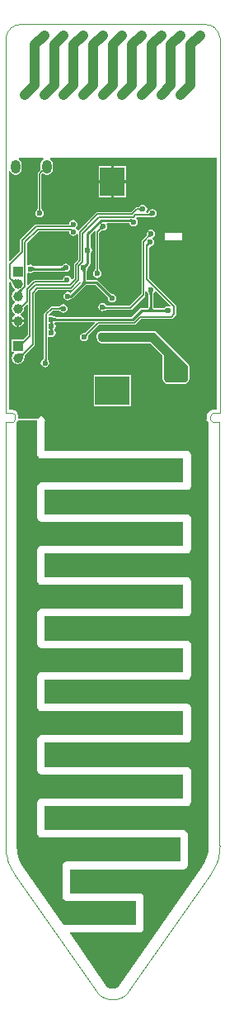
<source format=gbl>
G04*
G04 #@! TF.GenerationSoftware,Altium Limited,Altium Designer,19.0.15 (446)*
G04*
G04 Layer_Physical_Order=2*
G04 Layer_Color=16711680*
%FSLAX25Y25*%
%MOIN*%
G70*
G01*
G75*
%ADD14C,0.00600*%
%ADD15C,0.01000*%
%ADD16C,0.00050*%
%ADD51C,0.03937*%
%ADD71C,0.03937*%
%ADD75R,0.03937X0.03937*%
%ADD76O,0.03937X0.05512*%
%ADD77C,0.02362*%
%ADD78R,0.14173X0.11811*%
%ADD79R,0.10236X0.11811*%
G36*
X15346Y334100D02*
X15314Y334149D01*
X15275Y334182D01*
X15230Y334199D01*
X15178Y334202D01*
X15119Y334190D01*
X15053Y334162D01*
X14980Y334119D01*
X14901Y334061D01*
X14815Y333987D01*
X14722Y333898D01*
X14423Y334448D01*
X14515Y334544D01*
X14662Y334724D01*
X14717Y334808D01*
X14758Y334887D01*
X14787Y334961D01*
X14804Y335032D01*
X14807Y335098D01*
X14799Y335159D01*
X14777Y335216D01*
X15346Y334100D01*
D02*
G37*
G36*
X85326Y238313D02*
X84696D01*
X84694Y238312D01*
X84668Y238316D01*
X83819Y238204D01*
X83026Y237876D01*
X82346Y237354D01*
X81824Y236674D01*
X81496Y235882D01*
X81384Y235032D01*
X81468Y234400D01*
X81126Y233900D01*
X15913D01*
X15811Y234408D01*
X15484Y234899D01*
X14992Y235227D01*
X14413Y235343D01*
X13834Y235227D01*
X13343Y234899D01*
X13015Y234408D01*
X12917Y234427D01*
X12895Y234439D01*
X12880Y234434D01*
X12842Y234441D01*
X5585D01*
X5256Y234817D01*
X5284Y235032D01*
X5172Y235882D01*
X4844Y236674D01*
X4322Y237354D01*
X3642Y237876D01*
X2850Y238204D01*
X2000Y238316D01*
X1974Y238312D01*
X1973Y238313D01*
X1317D01*
X1317Y289493D01*
X1817Y289802D01*
X2035Y289694D01*
X2512Y288526D01*
X2618Y288210D01*
X2619Y288209D01*
X2619Y288207D01*
X2647Y288175D01*
X2675Y288037D01*
X3220Y287220D01*
X3883Y286778D01*
X3897Y286736D01*
Y286263D01*
X3883Y286222D01*
X3220Y285780D01*
X2675Y284963D01*
X2483Y284000D01*
X2675Y283037D01*
X3220Y282220D01*
X3883Y281778D01*
X3897Y281736D01*
Y281263D01*
X3883Y281222D01*
X3220Y280780D01*
X2675Y279963D01*
X2483Y279000D01*
X2675Y278037D01*
X3220Y277220D01*
X3883Y276778D01*
X3897Y276736D01*
Y276263D01*
X3883Y276222D01*
X3220Y275780D01*
X2675Y274963D01*
X2602Y274600D01*
X5000D01*
X7397D01*
X7325Y274963D01*
X6780Y275780D01*
X6117Y276222D01*
X6103Y276263D01*
Y276736D01*
X6117Y276778D01*
X6780Y277220D01*
X7325Y278037D01*
X7517Y279000D01*
X7423Y279470D01*
X8622Y280669D01*
X9084Y280477D01*
Y268293D01*
X7259Y266469D01*
X2531D01*
Y261531D01*
X3446D01*
X3597Y261032D01*
X3220Y260780D01*
X2675Y259963D01*
X2483Y259000D01*
X2675Y258037D01*
X3220Y257220D01*
X4037Y256675D01*
X5000Y256483D01*
X5963Y256675D01*
X6780Y257220D01*
X7325Y258037D01*
X7396Y258395D01*
X7455Y258478D01*
X7455Y258478D01*
X7455Y258478D01*
X7455Y258478D01*
X7523Y258787D01*
X7662Y259326D01*
X7804Y259759D01*
X7871Y259925D01*
X7937Y260066D01*
X7998Y260176D01*
X8050Y260253D01*
X8115Y260328D01*
X8133Y260379D01*
X11577Y263823D01*
X11754Y264088D01*
X11816Y264400D01*
X11816Y264400D01*
Y284962D01*
X13238Y286384D01*
X26400D01*
X26400Y286384D01*
X26712Y286446D01*
X26977Y286623D01*
X29879Y289526D01*
X30322Y289411D01*
X30392Y289331D01*
X30376Y289253D01*
X30297Y289169D01*
X30291Y289153D01*
X30276Y289145D01*
X30264Y289106D01*
X26387Y285229D01*
X25856Y285584D01*
X25200Y285714D01*
X24544Y285584D01*
X23988Y285212D01*
X23616Y284656D01*
X23486Y284000D01*
X23616Y283344D01*
X23988Y282788D01*
X24544Y282416D01*
X25200Y282286D01*
X25856Y282416D01*
X26412Y282788D01*
X26541Y282980D01*
X26600D01*
X26990Y283058D01*
X27321Y283279D01*
X32522Y288480D01*
X36378D01*
X41177Y283681D01*
X41196Y283632D01*
X41267Y283556D01*
X41320Y283494D01*
X41363Y283435D01*
X41398Y283380D01*
X41426Y283329D01*
X41446Y283281D01*
X41461Y283237D01*
X41470Y283196D01*
X41476Y283156D01*
X41478Y283091D01*
X41495Y283054D01*
X41616Y282444D01*
X41988Y281888D01*
X42544Y281516D01*
X43200Y281386D01*
X43856Y281516D01*
X44412Y281888D01*
X44784Y282444D01*
X44914Y283100D01*
X44784Y283756D01*
X44412Y284312D01*
X43856Y284684D01*
X43246Y284805D01*
X43209Y284822D01*
X43143Y284824D01*
X43104Y284830D01*
X43063Y284839D01*
X43019Y284854D01*
X42971Y284874D01*
X42920Y284902D01*
X42865Y284937D01*
X42806Y284980D01*
X42744Y285033D01*
X42668Y285104D01*
X42619Y285123D01*
X37521Y290221D01*
X37190Y290442D01*
X36800Y290520D01*
X32920D01*
Y293763D01*
X32941Y293813D01*
X32943Y293923D01*
X32948Y294010D01*
X32969Y294189D01*
X32982Y294256D01*
X32998Y294321D01*
X33017Y294380D01*
X33036Y294431D01*
X33057Y294477D01*
X33088Y294534D01*
X33097Y294615D01*
X33184Y294744D01*
X33305Y295355D01*
X33322Y295391D01*
X33324Y295456D01*
X33330Y295496D01*
X33339Y295537D01*
X33354Y295581D01*
X33374Y295629D01*
X33402Y295680D01*
X33437Y295735D01*
X33480Y295794D01*
X33533Y295856D01*
X33604Y295932D01*
X33623Y295981D01*
X34021Y296379D01*
X34242Y296710D01*
X34320Y297100D01*
Y300759D01*
X34341Y300807D01*
X34344Y300911D01*
X34351Y300992D01*
X34362Y301064D01*
X34376Y301128D01*
X34393Y301184D01*
X34412Y301232D01*
X34433Y301273D01*
X34455Y301309D01*
X34479Y301341D01*
X34524Y301389D01*
X34538Y301427D01*
X34884Y301944D01*
X35014Y302600D01*
X34884Y303256D01*
X34538Y303773D01*
X34524Y303811D01*
X34479Y303859D01*
X34455Y303891D01*
X34433Y303927D01*
X34412Y303968D01*
X34393Y304016D01*
X34376Y304072D01*
X34362Y304136D01*
X34351Y304208D01*
X34344Y304289D01*
X34341Y304393D01*
X34320Y304441D01*
Y308778D01*
X35978Y310436D01*
X36367Y310177D01*
X36390Y310141D01*
X36332Y309847D01*
X36332Y309847D01*
Y294979D01*
X36307Y294927D01*
X36303Y294857D01*
X36296Y294813D01*
X36283Y294764D01*
X36263Y294711D01*
X36235Y294651D01*
X36198Y294586D01*
X36150Y294516D01*
X36092Y294440D01*
X36022Y294361D01*
X35932Y294268D01*
X35920Y294236D01*
X35564Y293703D01*
X35433Y293047D01*
X35564Y292391D01*
X35935Y291835D01*
X36491Y291464D01*
X37147Y291333D01*
X37803Y291464D01*
X38359Y291835D01*
X38731Y292391D01*
X38861Y293047D01*
X38731Y293703D01*
X38375Y294236D01*
X38362Y294268D01*
X38272Y294361D01*
X38203Y294440D01*
X38144Y294516D01*
X38096Y294586D01*
X38059Y294651D01*
X38031Y294711D01*
X38011Y294764D01*
X37999Y294813D01*
X37991Y294857D01*
X37988Y294927D01*
X37963Y294979D01*
Y309509D01*
X38676Y310222D01*
X38730Y310242D01*
X38782Y310288D01*
X38819Y310316D01*
X38865Y310343D01*
X38921Y310370D01*
X38987Y310396D01*
X39065Y310419D01*
X39146Y310439D01*
X39371Y310472D01*
X39498Y310481D01*
X39580Y310522D01*
X40056Y310616D01*
X40612Y310988D01*
X40984Y311544D01*
X41114Y312200D01*
X40984Y312856D01*
X40834Y313080D01*
X41101Y313580D01*
X49889D01*
X49892Y313578D01*
X49911Y313580D01*
X49972D01*
X50020Y313559D01*
X50129Y313556D01*
X50204Y313549D01*
X50222Y313546D01*
X50302Y313144D01*
X50674Y312588D01*
X51230Y312216D01*
X51886Y312086D01*
X52542Y312216D01*
X53098Y312588D01*
X53470Y313144D01*
X53600Y313800D01*
X53470Y314456D01*
X53098Y315012D01*
X52957Y315107D01*
X52890Y315644D01*
X53197Y315984D01*
X57889D01*
X57906Y315972D01*
X57961Y315982D01*
X58012Y315959D01*
X58079Y315957D01*
X58234Y315943D01*
X58298Y315933D01*
X58857Y315796D01*
X58978Y315759D01*
X58985Y315760D01*
X58991Y315755D01*
X59093Y315767D01*
X59500Y315686D01*
X60156Y315816D01*
X60712Y316188D01*
X61084Y316744D01*
X61214Y317400D01*
X61084Y318056D01*
X60712Y318612D01*
X60156Y318984D01*
X59500Y319114D01*
X58844Y318984D01*
X58288Y318612D01*
X57916Y318056D01*
X57886Y317901D01*
X57835Y317838D01*
X57810Y317755D01*
X57792Y317712D01*
X57777Y317685D01*
X57766Y317671D01*
X57759Y317664D01*
X57753Y317660D01*
X57744Y317656D01*
X57727Y317650D01*
X57695Y317645D01*
X57620Y317640D01*
X57568Y317616D01*
X57231D01*
X56964Y318116D01*
X57184Y318444D01*
X57314Y319100D01*
X57184Y319756D01*
X56812Y320312D01*
X56256Y320684D01*
X55600Y320814D01*
X54944Y320684D01*
X54412Y320328D01*
X54379Y320315D01*
X54287Y320225D01*
X54207Y320155D01*
X54132Y320097D01*
X54061Y320049D01*
X53996Y320012D01*
X53936Y319984D01*
X53883Y319964D01*
X53834Y319951D01*
X53790Y319944D01*
X53720Y319940D01*
X53668Y319916D01*
X53300D01*
X53300Y319916D01*
X52988Y319854D01*
X52723Y319677D01*
X52723Y319677D01*
X50962Y317916D01*
X37300D01*
X37300Y317916D01*
X36988Y317854D01*
X36723Y317677D01*
X36723Y317677D01*
X29623Y310577D01*
X29612Y310560D01*
X29084Y310656D01*
X28712Y311212D01*
X28605Y311283D01*
Y311783D01*
X28612Y311788D01*
X28984Y312344D01*
X29114Y313000D01*
X28984Y313656D01*
X28612Y314212D01*
X28056Y314584D01*
X27400Y314714D01*
X26744Y314584D01*
X26188Y314212D01*
X25816Y313656D01*
X25686Y313000D01*
X25617Y312916D01*
X12400D01*
X12400Y312916D01*
X12088Y312854D01*
X11823Y312677D01*
X11823Y312677D01*
X6123Y306977D01*
X5946Y306712D01*
X5884Y306400D01*
X5884Y306400D01*
Y302138D01*
X1817Y298071D01*
X1317Y298278D01*
X1317Y334404D01*
X1579Y334487D01*
X1817Y334487D01*
X2321Y333733D01*
X3138Y333187D01*
X4101Y332996D01*
X5064Y333187D01*
X5881Y333733D01*
X6426Y334549D01*
X6618Y335513D01*
Y337087D01*
X6426Y338051D01*
X5881Y338867D01*
X5382Y339200D01*
X5534Y339700D01*
X15266D01*
X15418Y339200D01*
X14920Y338867D01*
X14374Y338051D01*
X14182Y337087D01*
Y335513D01*
X14263Y335108D01*
X14250Y335083D01*
X14224Y335044D01*
X14109Y334903D01*
X14032Y334822D01*
X14009Y334763D01*
X13223Y333978D01*
X13046Y333713D01*
X12984Y333401D01*
X12984Y333401D01*
Y319332D01*
X12960Y319280D01*
X12956Y319210D01*
X12949Y319166D01*
X12936Y319117D01*
X12916Y319063D01*
X12888Y319004D01*
X12851Y318939D01*
X12803Y318868D01*
X12745Y318793D01*
X12675Y318713D01*
X12585Y318621D01*
X12572Y318588D01*
X12216Y318056D01*
X12086Y317400D01*
X12216Y316744D01*
X12588Y316188D01*
X13144Y315816D01*
X13800Y315686D01*
X14456Y315816D01*
X15012Y316188D01*
X15384Y316744D01*
X15514Y317400D01*
X15384Y318056D01*
X15028Y318588D01*
X15015Y318621D01*
X14925Y318713D01*
X14855Y318793D01*
X14797Y318868D01*
X14749Y318939D01*
X14712Y319004D01*
X14684Y319063D01*
X14664Y319117D01*
X14651Y319166D01*
X14644Y319210D01*
X14640Y319280D01*
X14616Y319332D01*
Y333063D01*
X14975Y333423D01*
X14981Y333423D01*
X15001Y333449D01*
X15037Y333484D01*
X15096Y333507D01*
X15162Y333571D01*
X15736Y333187D01*
X16699Y332996D01*
X17662Y333187D01*
X18479Y333733D01*
X19025Y334549D01*
X19216Y335513D01*
Y337087D01*
X19025Y338051D01*
X18479Y338867D01*
X17981Y339200D01*
X18132Y339700D01*
X85326D01*
X85326Y238313D01*
D02*
G37*
G36*
X54756Y318273D02*
X54654Y318373D01*
X54551Y318463D01*
X54449Y318542D01*
X54347Y318610D01*
X54246Y318668D01*
X54146Y318716D01*
X54046Y318753D01*
X53947Y318779D01*
X53847Y318795D01*
X53749Y318800D01*
Y319400D01*
X53847Y319405D01*
X53947Y319421D01*
X54046Y319447D01*
X54146Y319484D01*
X54246Y319532D01*
X54347Y319590D01*
X54449Y319658D01*
X54551Y319737D01*
X54654Y319827D01*
X54756Y319927D01*
Y318273D01*
D02*
G37*
G36*
X14105Y319152D02*
X14121Y319054D01*
X14147Y318954D01*
X14184Y318854D01*
X14232Y318754D01*
X14290Y318653D01*
X14358Y318551D01*
X14437Y318449D01*
X14527Y318347D01*
X14627Y318244D01*
X12973D01*
X13073Y318347D01*
X13163Y318449D01*
X13242Y318551D01*
X13310Y318653D01*
X13368Y318754D01*
X13416Y318854D01*
X13453Y318954D01*
X13479Y319054D01*
X13495Y319152D01*
X13500Y319251D01*
X14100D01*
X14105Y319152D01*
D02*
G37*
G36*
X59139Y316276D02*
X59002Y316318D01*
X58403Y316464D01*
X58300Y316480D01*
X58112Y316498D01*
X58026Y316500D01*
X57649Y317100D01*
X57757Y317106D01*
X57856Y317123D01*
X57948Y317153D01*
X58030Y317193D01*
X58105Y317246D01*
X58171Y317310D01*
X58229Y317386D01*
X58279Y317474D01*
X58320Y317573D01*
X58354Y317684D01*
X59139Y316276D01*
D02*
G37*
G36*
X51676Y314962D02*
X50705Y313763D01*
X50697Y313827D01*
X50675Y313884D01*
X50641Y313935D01*
X50593Y313979D01*
X50533Y314016D01*
X50459Y314046D01*
X50372Y314070D01*
X50273Y314087D01*
X50160Y314097D01*
X50035Y314100D01*
X50308Y315100D01*
X51676Y314962D01*
D02*
G37*
G36*
X39459Y311020D02*
X39313Y311010D01*
X39045Y310971D01*
X38923Y310942D01*
X38810Y310908D01*
X38705Y310867D01*
X38609Y310820D01*
X38520Y310767D01*
X38440Y310709D01*
X38368Y310644D01*
X37918Y311042D01*
X37984Y311116D01*
X38043Y311198D01*
X38094Y311288D01*
X38137Y311384D01*
X38171Y311488D01*
X38197Y311599D01*
X38216Y311718D01*
X38226Y311844D01*
X38228Y311977D01*
X38222Y312118D01*
X39459Y311020D01*
D02*
G37*
G36*
X33803Y304259D02*
X33813Y304145D01*
X33829Y304036D01*
X33852Y303934D01*
X33882Y303837D01*
X33918Y303747D01*
X33960Y303662D01*
X34009Y303583D01*
X34065Y303510D01*
X34127Y303444D01*
X32473D01*
X32535Y303510D01*
X32591Y303583D01*
X32640Y303662D01*
X32682Y303747D01*
X32718Y303837D01*
X32748Y303934D01*
X32771Y304036D01*
X32787Y304145D01*
X32797Y304259D01*
X32800Y304379D01*
X33800D01*
X33803Y304259D01*
D02*
G37*
G36*
X34065Y301690D02*
X34009Y301617D01*
X33960Y301538D01*
X33918Y301453D01*
X33882Y301363D01*
X33852Y301266D01*
X33829Y301164D01*
X33813Y301056D01*
X33803Y300941D01*
X33800Y300821D01*
X32800D01*
X32797Y300941D01*
X32787Y301056D01*
X32771Y301164D01*
X32748Y301266D01*
X32718Y301363D01*
X32682Y301453D01*
X32640Y301538D01*
X32591Y301617D01*
X32535Y301690D01*
X32473Y301757D01*
X34127D01*
X34065Y301690D01*
D02*
G37*
G36*
X33211Y296304D02*
X33129Y296217D01*
X33055Y296129D01*
X32990Y296041D01*
X32934Y295953D01*
X32886Y295864D01*
X32848Y295774D01*
X32818Y295684D01*
X32797Y295594D01*
X32785Y295503D01*
X32781Y295412D01*
X31612Y296581D01*
X31703Y296585D01*
X31794Y296597D01*
X31884Y296618D01*
X31974Y296648D01*
X32064Y296686D01*
X32153Y296734D01*
X32241Y296790D01*
X32329Y296855D01*
X32417Y296929D01*
X32504Y297011D01*
X33211Y296304D01*
D02*
G37*
G36*
X23886Y294336D02*
X23816Y294368D01*
X23740Y294395D01*
X23658Y294420D01*
X23570Y294441D01*
X23378Y294474D01*
X23274Y294485D01*
X22927Y294500D01*
X22514Y295500D01*
X22636Y295504D01*
X22749Y295516D01*
X22853Y295535D01*
X22948Y295563D01*
X23033Y295598D01*
X23110Y295641D01*
X23178Y295692D01*
X23236Y295751D01*
X23286Y295818D01*
X23326Y295892D01*
X23886Y294336D01*
D02*
G37*
G36*
X10910Y295765D02*
X10983Y295709D01*
X11062Y295660D01*
X11147Y295618D01*
X11237Y295582D01*
X11334Y295552D01*
X11436Y295529D01*
X11545Y295513D01*
X11659Y295503D01*
X11779Y295500D01*
Y294500D01*
X11659Y294497D01*
X11545Y294487D01*
X11436Y294471D01*
X11334Y294448D01*
X11237Y294418D01*
X11147Y294382D01*
X11062Y294340D01*
X10983Y294291D01*
X10910Y294235D01*
X10843Y294173D01*
Y295827D01*
X10910Y295765D01*
D02*
G37*
G36*
X37453Y294800D02*
X37468Y294701D01*
X37495Y294601D01*
X37532Y294501D01*
X37579Y294401D01*
X37637Y294300D01*
X37705Y294198D01*
X37784Y294096D01*
X37874Y293994D01*
X37974Y293891D01*
X36320D01*
X36421Y293994D01*
X36510Y294096D01*
X36589Y294198D01*
X36658Y294300D01*
X36716Y294401D01*
X36763Y294501D01*
X36800Y294601D01*
X36826Y294701D01*
X36842Y294800D01*
X36847Y294898D01*
X37447D01*
X37453Y294800D01*
D02*
G37*
G36*
X25786Y310000D02*
X25916Y309344D01*
X26288Y308788D01*
X26844Y308416D01*
X27500Y308286D01*
X28156Y308416D01*
X28712Y308788D01*
X28884Y309046D01*
X29384Y308894D01*
Y298738D01*
X28204Y297558D01*
X28201Y297553D01*
X27904Y297256D01*
X27727Y296992D01*
X27665Y296679D01*
X27665Y296679D01*
Y291319D01*
X27094Y290748D01*
X26552Y290913D01*
X26484Y291256D01*
X26112Y291812D01*
X25556Y292184D01*
X24900Y292314D01*
X24244Y292184D01*
X23688Y291812D01*
X23316Y291256D01*
X23186Y290600D01*
X23117Y290516D01*
X11700D01*
X11700Y290516D01*
X11388Y290454D01*
X11123Y290277D01*
X9216Y288369D01*
X8716Y288576D01*
Y293235D01*
X9216Y293502D01*
X9344Y293416D01*
X10000Y293286D01*
X10656Y293416D01*
X11173Y293762D01*
X11211Y293776D01*
X11259Y293821D01*
X11291Y293845D01*
X11327Y293867D01*
X11368Y293888D01*
X11417Y293907D01*
X11472Y293924D01*
X11536Y293938D01*
X11608Y293949D01*
X11689Y293956D01*
X11793Y293959D01*
X11841Y293980D01*
X22858D01*
X22904Y293959D01*
X23233Y293945D01*
X23303Y293938D01*
X23461Y293911D01*
X23516Y293897D01*
X23569Y293882D01*
X23614Y293865D01*
X23668Y293841D01*
X23708Y293840D01*
X23744Y293816D01*
X24400Y293686D01*
X25056Y293816D01*
X25612Y294188D01*
X25984Y294744D01*
X26114Y295400D01*
X25984Y296056D01*
X25612Y296612D01*
X25056Y296984D01*
X24400Y297114D01*
X23744Y296984D01*
X23188Y296612D01*
X22914Y296201D01*
X22851Y296151D01*
X22829Y296110D01*
X22825Y296105D01*
X22821Y296101D01*
X22813Y296095D01*
X22797Y296086D01*
X22769Y296074D01*
X22727Y296062D01*
X22671Y296052D01*
X22600Y296044D01*
X22497Y296041D01*
X22450Y296020D01*
X11841D01*
X11793Y296041D01*
X11689Y296044D01*
X11608Y296051D01*
X11536Y296062D01*
X11472Y296076D01*
X11416Y296093D01*
X11368Y296112D01*
X11327Y296133D01*
X11291Y296155D01*
X11259Y296179D01*
X11211Y296224D01*
X11173Y296238D01*
X10656Y296584D01*
X10000Y296714D01*
X9344Y296584D01*
X9216Y296498D01*
X8716Y296765D01*
Y305462D01*
X13338Y310084D01*
X25717D01*
X25786Y310000D01*
D02*
G37*
G36*
X32573Y294720D02*
X32537Y294641D01*
X32505Y294556D01*
X32477Y294467D01*
X32454Y294372D01*
X32434Y294272D01*
X32409Y294058D01*
X32402Y293943D01*
X32400Y293822D01*
X31400Y293527D01*
X31396Y293649D01*
X31385Y293762D01*
X31365Y293867D01*
X31338Y293964D01*
X31304Y294053D01*
X31261Y294133D01*
X31211Y294206D01*
X31153Y294270D01*
X31088Y294326D01*
X31015Y294374D01*
X32614Y294794D01*
X32573Y294720D01*
D02*
G37*
G36*
X31900Y289300D02*
X32454Y289146D01*
X32254Y288947D01*
X30693Y288800D01*
X30827Y288944D01*
X30947Y289095D01*
X31054Y289251D01*
X31145Y289413D01*
X31223Y289580D01*
X31287Y289754D01*
X31336Y289933D01*
X31372Y290119D01*
X31393Y290310D01*
X31400Y290507D01*
X31900Y289300D01*
D02*
G37*
G36*
X2672Y290869D02*
X2803Y290788D01*
X2947Y290728D01*
X3106Y290687D01*
X3278Y290666D01*
X3464Y290664D01*
X3663Y290683D01*
X3877Y290721D01*
X4104Y290779D01*
X4345Y290856D01*
X3131Y288382D01*
X3019Y288715D01*
X2402Y290228D01*
X2337Y290327D01*
X2278Y290397D01*
X2555Y290969D01*
X2672Y290869D01*
D02*
G37*
G36*
X6909Y286485D02*
X6808Y286367D01*
X6728Y286237D01*
X6668Y286093D01*
X6629Y285936D01*
X6611Y285767D01*
X6614Y285584D01*
X6637Y285389D01*
X6680Y285181D01*
X6745Y284960D01*
X6830Y284725D01*
X4311Y285844D01*
X4650Y285972D01*
X6256Y286691D01*
X6319Y286743D01*
X6909Y286485D01*
D02*
G37*
G36*
X42383Y284629D02*
X42471Y284555D01*
X42559Y284490D01*
X42647Y284434D01*
X42736Y284386D01*
X42826Y284348D01*
X42916Y284318D01*
X43006Y284297D01*
X43097Y284284D01*
X43188Y284281D01*
X42019Y283112D01*
X42015Y283203D01*
X42003Y283294D01*
X41982Y283384D01*
X41952Y283474D01*
X41914Y283564D01*
X41866Y283653D01*
X41810Y283741D01*
X41745Y283829D01*
X41671Y283917D01*
X41589Y284004D01*
X42296Y284711D01*
X42383Y284629D01*
D02*
G37*
G36*
X7381Y265012D02*
X7298Y264925D01*
X7224Y264839D01*
X7158Y264753D01*
X7102Y264667D01*
X7054Y264582D01*
X7014Y264497D01*
X6984Y264413D01*
X6962Y264330D01*
X6949Y264246D01*
X6944Y264164D01*
Y265861D01*
X6949Y265782D01*
X6962Y265721D01*
X6984Y265677D01*
X7014Y265651D01*
X7054Y265642D01*
X7102Y265651D01*
X7158Y265677D01*
X7224Y265721D01*
X7298Y265782D01*
X7381Y265861D01*
Y265012D01*
D02*
G37*
G36*
X7706Y260682D02*
X7621Y260584D01*
X7537Y260460D01*
X7455Y260313D01*
X7374Y260141D01*
X7295Y259944D01*
X7143Y259478D01*
X6997Y258914D01*
X6926Y258595D01*
X5443Y260918D01*
X5703Y260864D01*
X5947Y260827D01*
X6175Y260807D01*
X6386Y260804D01*
X6581Y260818D01*
X6759Y260848D01*
X6922Y260895D01*
X7068Y260959D01*
X7198Y261039D01*
X7312Y261137D01*
X7706Y260682D01*
D02*
G37*
G36*
X12900Y233829D02*
Y219949D01*
X13015Y219370D01*
X13343Y218879D01*
X13834Y218551D01*
X14413Y218436D01*
X71955D01*
Y208711D01*
X14413D01*
X13834Y208596D01*
X13343Y208268D01*
X13015Y207777D01*
X12900Y207198D01*
Y194446D01*
X13015Y193867D01*
X13343Y193376D01*
X13834Y193048D01*
X14413Y192933D01*
X71955D01*
Y183208D01*
X14413D01*
X13834Y183092D01*
X13343Y182764D01*
X13015Y182273D01*
X12900Y181694D01*
Y168943D01*
X13015Y168363D01*
X13343Y167873D01*
X13834Y167544D01*
X14413Y167429D01*
X71955D01*
Y157704D01*
X14413D01*
X13834Y157589D01*
X13343Y157261D01*
X13015Y156770D01*
X12900Y156191D01*
Y143439D01*
X13015Y142860D01*
X13343Y142369D01*
X13834Y142041D01*
X14413Y141926D01*
X71955D01*
Y132201D01*
X14413D01*
X13834Y132086D01*
X13343Y131758D01*
X13015Y131267D01*
X12900Y130688D01*
Y117936D01*
X13015Y117357D01*
X13343Y116866D01*
X13834Y116538D01*
X14413Y116422D01*
X71955D01*
Y106697D01*
X14413D01*
X13834Y106582D01*
X13343Y106254D01*
X13015Y105763D01*
X12900Y105184D01*
Y92432D01*
X13015Y91853D01*
X13343Y91362D01*
X13834Y91034D01*
X14413Y90919D01*
X71955D01*
Y81194D01*
X14413D01*
X13834Y81079D01*
X13343Y80751D01*
X13015Y80260D01*
X12900Y79681D01*
Y66929D01*
X13015Y66350D01*
X13343Y65859D01*
X13834Y65531D01*
X14413Y65416D01*
X70687D01*
Y55691D01*
X24610D01*
X24031Y55576D01*
X23540Y55247D01*
X23212Y54757D01*
X23097Y54177D01*
Y41426D01*
X23212Y40847D01*
X23540Y40356D01*
X24031Y40028D01*
X24610Y39912D01*
X52830D01*
Y30187D01*
X23576D01*
X7251Y53503D01*
X7192Y53567D01*
X6127Y55306D01*
X5211Y57516D01*
X4653Y59842D01*
X4478Y62059D01*
X4500Y62227D01*
X4500Y232942D01*
X4844Y233390D01*
X5055Y233900D01*
X12842D01*
X12900Y233829D01*
D02*
G37*
G36*
X81613Y233900D02*
X81824Y233390D01*
X82162Y232950D01*
X82162Y62227D01*
X82185Y62049D01*
X82011Y59842D01*
X81453Y57516D01*
X80538Y55306D01*
X79472Y53567D01*
X79413Y53503D01*
X46116Y5950D01*
X46109Y5954D01*
X45748Y5483D01*
X45040Y4941D01*
X44216Y4599D01*
X43332Y4483D01*
X42448Y4599D01*
X41624Y4941D01*
X40916Y5483D01*
X40555Y5954D01*
X40548Y5950D01*
X26006Y26717D01*
X26237Y27161D01*
X54343D01*
X54922Y27276D01*
X55413Y27604D01*
X55741Y28095D01*
X55856Y28674D01*
Y41426D01*
X55741Y42005D01*
X55413Y42496D01*
X54922Y42824D01*
X54343Y42939D01*
X26123D01*
Y52664D01*
X72201D01*
X72780Y52779D01*
X73271Y53107D01*
X73599Y53598D01*
X73714Y54177D01*
Y66929D01*
X73599Y67508D01*
X73271Y67999D01*
X72780Y68327D01*
X72201Y68442D01*
X15927D01*
Y78167D01*
X73469D01*
X74048Y78283D01*
X74539Y78611D01*
X74867Y79102D01*
X74982Y79681D01*
Y92432D01*
X74867Y93012D01*
X74539Y93503D01*
X74048Y93831D01*
X73469Y93946D01*
X15927D01*
Y103671D01*
X73469D01*
X74048Y103786D01*
X74539Y104114D01*
X74867Y104605D01*
X74982Y105184D01*
Y117936D01*
X74867Y118515D01*
X74539Y119006D01*
X74048Y119334D01*
X73469Y119449D01*
X15927D01*
Y129174D01*
X73469D01*
X74048Y129289D01*
X74539Y129618D01*
X74867Y130108D01*
X74982Y130688D01*
Y143439D01*
X74867Y144018D01*
X74539Y144509D01*
X74048Y144837D01*
X73469Y144953D01*
X15927D01*
Y154678D01*
X73469D01*
X74048Y154793D01*
X74539Y155121D01*
X74867Y155612D01*
X74982Y156191D01*
Y168943D01*
X74867Y169522D01*
X74539Y170013D01*
X74048Y170341D01*
X73469Y170456D01*
X15927D01*
Y180181D01*
X73469D01*
X74048Y180296D01*
X74539Y180624D01*
X74867Y181115D01*
X74982Y181694D01*
Y194446D01*
X74867Y195025D01*
X74539Y195516D01*
X74048Y195844D01*
X73469Y195959D01*
X15927D01*
Y205684D01*
X73469D01*
X74048Y205800D01*
X74539Y206128D01*
X74867Y206618D01*
X74982Y207198D01*
Y219949D01*
X74867Y220529D01*
X74539Y221019D01*
X74048Y221347D01*
X73469Y221463D01*
X15927D01*
Y233400D01*
X16397Y233900D01*
X81613Y233900D01*
D02*
G37*
%LPC*%
G36*
X48918Y336500D02*
X43900D01*
Y330695D01*
X48918D01*
Y336500D01*
D02*
G37*
G36*
X42700D02*
X37682D01*
Y330695D01*
X42700D01*
Y336500D01*
D02*
G37*
G36*
X48918Y329495D02*
X43900D01*
Y323689D01*
X48918D01*
Y329495D01*
D02*
G37*
G36*
X42700D02*
X37682D01*
Y323689D01*
X42700D01*
Y329495D01*
D02*
G37*
G36*
X71000Y309541D02*
X65000D01*
X64617Y309383D01*
X64459Y309000D01*
Y307000D01*
X64617Y306617D01*
X65000Y306459D01*
X71000D01*
X71383Y306617D01*
X71541Y307000D01*
Y309000D01*
X71383Y309383D01*
X71000Y309541D01*
D02*
G37*
G36*
X58900Y310814D02*
X58244Y310684D01*
X57688Y310312D01*
X57316Y309756D01*
X57191Y309128D01*
X57178Y309096D01*
X57176Y308967D01*
X57169Y308861D01*
X57157Y308767D01*
X57141Y308683D01*
X57121Y308611D01*
X57099Y308549D01*
X57075Y308497D01*
X57050Y308453D01*
X57023Y308417D01*
X56976Y308365D01*
X56957Y308311D01*
X55223Y306577D01*
X55046Y306312D01*
X54984Y306000D01*
X54984Y306000D01*
Y284738D01*
X50262Y280016D01*
X41267D01*
X41216Y280040D01*
X41143Y280045D01*
X41109Y280050D01*
X41081Y280059D01*
X41056Y280071D01*
X41032Y280086D01*
X41004Y280109D01*
X40973Y280142D01*
X40939Y280186D01*
X40903Y280245D01*
X40856Y280337D01*
X40793Y280391D01*
X40512Y280812D01*
X39956Y281184D01*
X39300Y281314D01*
X38644Y281184D01*
X38088Y280812D01*
X37716Y280256D01*
X37586Y279600D01*
X37716Y278944D01*
X38088Y278388D01*
X38644Y278016D01*
X39300Y277886D01*
X39956Y278016D01*
X39992Y278041D01*
X40033Y278042D01*
X40438Y278221D01*
X40536Y278258D01*
X40734Y278320D01*
X40806Y278338D01*
X40871Y278350D01*
X40922Y278357D01*
X40984Y278359D01*
X41037Y278384D01*
X50600D01*
X50600Y278384D01*
X50912Y278446D01*
X51177Y278623D01*
X56377Y283823D01*
X56554Y284088D01*
X56616Y284400D01*
X56616Y284400D01*
Y285980D01*
X57046Y286149D01*
X57087Y286153D01*
X57197Y285744D01*
X57221Y285709D01*
X57543Y285227D01*
X57557Y285189D01*
X57602Y285141D01*
X57626Y285109D01*
X57648Y285073D01*
X57669Y285032D01*
X57688Y284983D01*
X57705Y284928D01*
X57719Y284864D01*
X57730Y284792D01*
X57737Y284711D01*
X57740Y284607D01*
X57762Y284559D01*
Y279672D01*
X57741Y279628D01*
X57732Y279471D01*
X57715Y279373D01*
X57692Y279305D01*
X57669Y279262D01*
X57647Y279235D01*
X57619Y279212D01*
X57576Y279189D01*
X57508Y279166D01*
X57410Y279149D01*
X57253Y279140D01*
X57215Y279123D01*
X57175Y279131D01*
X57158Y279120D01*
X55000D01*
X54610Y279042D01*
X54279Y278821D01*
X51078Y275620D01*
X20388D01*
X20339Y275641D01*
X20234Y275644D01*
X20149Y275650D01*
X20072Y275661D01*
X20003Y275674D01*
X19941Y275691D01*
X19886Y275710D01*
X19838Y275731D01*
X19796Y275754D01*
X19758Y275779D01*
X19705Y275821D01*
X19609Y275848D01*
X19256Y276084D01*
X18600Y276214D01*
X18061Y276107D01*
X17714Y276251D01*
X17512Y276396D01*
X17478Y276625D01*
X19038Y278184D01*
X21468D01*
X21520Y278160D01*
X21590Y278156D01*
X21634Y278149D01*
X21683Y278136D01*
X21736Y278116D01*
X21796Y278088D01*
X21861Y278051D01*
X21932Y278003D01*
X22007Y277945D01*
X22087Y277875D01*
X22179Y277785D01*
X22211Y277772D01*
X22744Y277416D01*
X23400Y277286D01*
X24056Y277416D01*
X24612Y277788D01*
X24984Y278344D01*
X25114Y279000D01*
X24984Y279656D01*
X24612Y280212D01*
X24056Y280584D01*
X23400Y280714D01*
X22744Y280584D01*
X22211Y280228D01*
X22179Y280215D01*
X22087Y280125D01*
X22007Y280055D01*
X21932Y279997D01*
X21861Y279949D01*
X21796Y279912D01*
X21736Y279884D01*
X21683Y279864D01*
X21634Y279851D01*
X21590Y279844D01*
X21520Y279840D01*
X21468Y279816D01*
X18700D01*
X18700Y279816D01*
X18388Y279754D01*
X18123Y279577D01*
X18123Y279577D01*
X15823Y277277D01*
X15646Y277012D01*
X15584Y276700D01*
X15584Y276700D01*
Y258967D01*
X15560Y258916D01*
X15555Y258843D01*
X15550Y258809D01*
X15541Y258781D01*
X15529Y258756D01*
X15514Y258732D01*
X15491Y258704D01*
X15458Y258673D01*
X15414Y258639D01*
X15355Y258603D01*
X15263Y258556D01*
X15209Y258493D01*
X14788Y258212D01*
X14416Y257656D01*
X14286Y257000D01*
X14416Y256344D01*
X14788Y255788D01*
X15344Y255416D01*
X16000Y255286D01*
X16656Y255416D01*
X17212Y255788D01*
X17584Y256344D01*
X17714Y257000D01*
X17584Y257656D01*
X17560Y257692D01*
X17559Y257733D01*
X17379Y258138D01*
X17342Y258236D01*
X17280Y258434D01*
X17262Y258506D01*
X17250Y258571D01*
X17243Y258622D01*
X17241Y258684D01*
X17216Y258737D01*
Y267402D01*
X17716Y267669D01*
X17944Y267516D01*
X18600Y267386D01*
X19256Y267516D01*
X19812Y267888D01*
X20184Y268444D01*
X20314Y269100D01*
X20184Y269756D01*
X19838Y270273D01*
X19824Y270311D01*
X19779Y270359D01*
X19755Y270391D01*
X19733Y270427D01*
X19721Y270450D01*
X19733Y270473D01*
X19755Y270509D01*
X19779Y270541D01*
X19824Y270589D01*
X19838Y270627D01*
X20184Y271144D01*
X20314Y271800D01*
X20184Y272456D01*
X19889Y272897D01*
X19902Y273213D01*
X19979Y273412D01*
X20029Y273483D01*
X20039Y273489D01*
X20080Y273507D01*
X20129Y273523D01*
X20187Y273538D01*
X20255Y273549D01*
X20333Y273556D01*
X20436Y273559D01*
X20453Y273567D01*
X20471Y273561D01*
X20507Y273580D01*
X36142D01*
X36333Y273118D01*
X32558Y269343D01*
X32504Y269324D01*
X32451Y269277D01*
X32415Y269250D01*
X32372Y269225D01*
X32320Y269201D01*
X32258Y269179D01*
X32185Y269159D01*
X32102Y269143D01*
X32007Y269131D01*
X31902Y269124D01*
X31773Y269122D01*
X31741Y269109D01*
X31113Y268984D01*
X30556Y268612D01*
X30185Y268056D01*
X30055Y267400D01*
X30185Y266744D01*
X30556Y266188D01*
X31113Y265816D01*
X31769Y265686D01*
X32424Y265816D01*
X32980Y266188D01*
X33352Y266744D01*
X33477Y267372D01*
X33491Y267404D01*
X33492Y267533D01*
X33500Y267639D01*
X33512Y267734D01*
X33528Y267817D01*
X33547Y267889D01*
X33570Y267951D01*
X33594Y268003D01*
X33619Y268047D01*
X33645Y268083D01*
X33692Y268135D01*
X33711Y268189D01*
X37906Y272384D01*
X52000D01*
X52000Y272384D01*
X52312Y272446D01*
X52577Y272623D01*
X54738Y274784D01*
X67100D01*
X67100Y274784D01*
X67412Y274846D01*
X67677Y275023D01*
X68877Y276223D01*
X68877Y276223D01*
X69054Y276488D01*
X69116Y276800D01*
X69116Y276800D01*
Y279700D01*
X69116Y279700D01*
X69054Y280012D01*
X68877Y280277D01*
X58016Y291138D01*
Y303601D01*
X58313Y303909D01*
X58499Y303986D01*
X58500Y303986D01*
X59156Y304116D01*
X59712Y304488D01*
X60084Y305044D01*
X60214Y305700D01*
X60084Y306356D01*
X59712Y306912D01*
X59567Y307009D01*
X59562Y307231D01*
X59632Y307567D01*
X60112Y307888D01*
X60484Y308444D01*
X60614Y309100D01*
X60484Y309756D01*
X60112Y310312D01*
X59556Y310684D01*
X58900Y310814D01*
D02*
G37*
G36*
X7397Y273400D02*
X5600D01*
Y271603D01*
X5963Y271675D01*
X6780Y272220D01*
X7325Y273037D01*
X7397Y273400D01*
D02*
G37*
G36*
X4400D02*
X2602D01*
X2675Y273037D01*
X3220Y272220D01*
X4037Y271675D01*
X4400Y271603D01*
Y273400D01*
D02*
G37*
G36*
X39929Y269841D02*
X38597Y269841D01*
X38379Y269841D01*
X38279Y269800D01*
X38171D01*
X37768Y269633D01*
X37692Y269557D01*
X37593Y269516D01*
X37284Y269207D01*
X37243Y269108D01*
X37167Y269032D01*
X37100Y268869D01*
Y268819D01*
X37071Y268777D01*
X36971Y268318D01*
X36982Y268259D01*
X36959Y268203D01*
X36959Y267200D01*
X36959Y266862D01*
X37000Y266762D01*
X37000Y266655D01*
X37259Y266030D01*
X37335Y265954D01*
X37376Y265854D01*
X37854Y265376D01*
X37954Y265335D01*
X38030Y265259D01*
X38655Y265000D01*
X38762D01*
X38862Y264959D01*
X39200Y264959D01*
X51200Y264959D01*
X58676D01*
X63609Y260026D01*
X63609Y250650D01*
X63609Y250342D01*
X63650Y250242D01*
X63650Y250135D01*
X63886Y249565D01*
X63962Y249489D01*
X64003Y249389D01*
X64439Y248953D01*
X64539Y248912D01*
X64615Y248836D01*
X65185Y248600D01*
X65292Y248600D01*
X65392Y248559D01*
X65700Y248559D01*
X72300Y248559D01*
X72598Y248559D01*
X72698Y248600D01*
X72805Y248600D01*
X73357Y248828D01*
X73433Y248904D01*
X73532Y248945D01*
X73954Y249367D01*
X73996Y249467D01*
X74072Y249543D01*
X74300Y250095D01*
X74300Y250202D01*
X74341Y250302D01*
X74341Y250600D01*
X74341Y250600D01*
Y255800D01*
X74341Y255800D01*
X74183Y256183D01*
X74183Y256183D01*
X60683Y269683D01*
X60300Y269841D01*
X60300Y269841D01*
X39929Y269841D01*
D02*
G37*
G36*
X50887Y252248D02*
X35713D01*
Y239437D01*
X50887D01*
Y252248D01*
D02*
G37*
%LPD*%
G36*
X58888Y307919D02*
X58745Y307917D01*
X58609Y307908D01*
X58481Y307892D01*
X58361Y307868D01*
X58248Y307838D01*
X58144Y307800D01*
X58047Y307755D01*
X57958Y307704D01*
X57877Y307645D01*
X57803Y307579D01*
X57379Y308003D01*
X57445Y308077D01*
X57504Y308158D01*
X57556Y308247D01*
X57600Y308344D01*
X57638Y308448D01*
X57668Y308561D01*
X57692Y308681D01*
X57708Y308809D01*
X57717Y308945D01*
X57719Y309088D01*
X58888Y307919D01*
D02*
G37*
G36*
X58407Y304523D02*
X58287Y304528D01*
X58171Y304525D01*
X58060Y304513D01*
X57954Y304492D01*
X57852Y304463D01*
X57755Y304425D01*
X57662Y304379D01*
X57574Y304324D01*
X57491Y304260D01*
X57412Y304188D01*
X56988Y304612D01*
X57060Y304691D01*
X57124Y304774D01*
X57179Y304862D01*
X57225Y304955D01*
X57263Y305052D01*
X57292Y305154D01*
X57313Y305260D01*
X57325Y305371D01*
X57328Y305487D01*
X57323Y305607D01*
X58407Y304523D01*
D02*
G37*
G36*
X59546Y285490D02*
X59490Y285417D01*
X59441Y285338D01*
X59399Y285253D01*
X59363Y285163D01*
X59333Y285066D01*
X59311Y284964D01*
X59294Y284856D01*
X59284Y284741D01*
X59281Y284621D01*
X58281D01*
X58278Y284741D01*
X58268Y284856D01*
X58252Y284964D01*
X58229Y285066D01*
X58199Y285163D01*
X58163Y285253D01*
X58121Y285338D01*
X58072Y285417D01*
X58016Y285490D01*
X57954Y285557D01*
X59608D01*
X59546Y285490D01*
D02*
G37*
G36*
X66774Y280072D02*
X66456Y279684D01*
X65800Y279814D01*
X65144Y279684D01*
X64627Y279338D01*
X64589Y279324D01*
X64541Y279279D01*
X64509Y279255D01*
X64473Y279233D01*
X64432Y279212D01*
X64384Y279193D01*
X64328Y279176D01*
X64264Y279162D01*
X64192Y279151D01*
X64111Y279144D01*
X64007Y279141D01*
X63959Y279120D01*
X60404D01*
X60387Y279131D01*
X60347Y279123D01*
X60309Y279140D01*
X60153Y279149D01*
X60054Y279166D01*
X59987Y279189D01*
X59943Y279212D01*
X59916Y279235D01*
X59893Y279262D01*
X59870Y279305D01*
X59847Y279373D01*
X59830Y279471D01*
X59822Y279628D01*
X59801Y279672D01*
Y284559D01*
X59822Y284607D01*
X59825Y284711D01*
X59832Y284792D01*
X59843Y284864D01*
X59857Y284928D01*
X59874Y284984D01*
X59893Y285032D01*
X59914Y285073D01*
X59936Y285109D01*
X59961Y285141D01*
X60005Y285189D01*
X60019Y285227D01*
X60365Y285744D01*
X60384Y285839D01*
X60862Y285984D01*
X66774Y280072D01*
D02*
G37*
G36*
X40431Y279980D02*
X40493Y279879D01*
X40561Y279790D01*
X40634Y279713D01*
X40712Y279648D01*
X40796Y279595D01*
X40885Y279553D01*
X40980Y279524D01*
X41080Y279506D01*
X41186Y279500D01*
X40960Y278900D01*
X40878Y278896D01*
X40788Y278886D01*
X40692Y278867D01*
X40588Y278842D01*
X40358Y278769D01*
X40233Y278722D01*
X39814Y278536D01*
X40374Y280092D01*
X40431Y279980D01*
D02*
G37*
G36*
X22557Y278173D02*
X22454Y278273D01*
X22351Y278363D01*
X22249Y278442D01*
X22148Y278510D01*
X22047Y278568D01*
X21946Y278616D01*
X21846Y278653D01*
X21746Y278679D01*
X21647Y278695D01*
X21549Y278700D01*
Y279300D01*
X21647Y279305D01*
X21746Y279321D01*
X21846Y279347D01*
X21946Y279384D01*
X22047Y279432D01*
X22148Y279490D01*
X22249Y279558D01*
X22351Y279637D01*
X22454Y279727D01*
X22557Y279827D01*
Y278173D01*
D02*
G37*
G36*
X59291Y279410D02*
X59321Y279240D01*
X59371Y279090D01*
X59441Y278960D01*
X59531Y278850D01*
X59641Y278760D01*
X59771Y278690D01*
X59921Y278640D01*
X60091Y278610D01*
X60281Y278600D01*
X58781Y277600D01*
X57281Y278600D01*
X57471Y278610D01*
X57641Y278640D01*
X57791Y278690D01*
X57921Y278760D01*
X58031Y278850D01*
X58121Y278960D01*
X58191Y279090D01*
X58241Y279240D01*
X58271Y279410D01*
X58281Y279600D01*
X59281D01*
X59291Y279410D01*
D02*
G37*
G36*
X64956Y277273D02*
X64890Y277335D01*
X64817Y277391D01*
X64738Y277440D01*
X64653Y277482D01*
X64563Y277518D01*
X64466Y277548D01*
X64364Y277571D01*
X64255Y277587D01*
X64141Y277597D01*
X64021Y277600D01*
Y278600D01*
X64141Y278603D01*
X64255Y278613D01*
X64364Y278629D01*
X64466Y278652D01*
X64563Y278682D01*
X64653Y278718D01*
X64738Y278760D01*
X64817Y278809D01*
X64890Y278865D01*
X64956Y278927D01*
Y277273D01*
D02*
G37*
G36*
X19442Y275339D02*
X19518Y275289D01*
X19601Y275245D01*
X19688Y275206D01*
X19781Y275174D01*
X19879Y275147D01*
X19983Y275127D01*
X20092Y275112D01*
X20206Y275103D01*
X20326Y275100D01*
X20420Y274100D01*
X20300Y274096D01*
X20186Y274086D01*
X20078Y274068D01*
X19978Y274044D01*
X19883Y274012D01*
X19796Y273973D01*
X19715Y273927D01*
X19640Y273874D01*
X19572Y273815D01*
X19511Y273748D01*
X19370Y275395D01*
X19442Y275339D01*
D02*
G37*
G36*
X19365Y273589D02*
X19309Y273517D01*
X19260Y273438D01*
X19218Y273353D01*
X19182Y273263D01*
X19152Y273166D01*
X19149Y273150D01*
X19152Y273134D01*
X19182Y273037D01*
X19218Y272947D01*
X19260Y272862D01*
X19309Y272783D01*
X19365Y272710D01*
X19427Y272643D01*
X17773D01*
X17835Y272710D01*
X17891Y272783D01*
X17940Y272862D01*
X17982Y272947D01*
X18018Y273037D01*
X18048Y273134D01*
X18051Y273150D01*
X18048Y273166D01*
X18018Y273263D01*
X17982Y273353D01*
X17940Y273438D01*
X17891Y273517D01*
X17835Y273589D01*
X17773Y273657D01*
X19427D01*
X19365Y273589D01*
D02*
G37*
G36*
Y270889D02*
X19309Y270817D01*
X19260Y270738D01*
X19218Y270653D01*
X19182Y270563D01*
X19152Y270466D01*
X19149Y270450D01*
X19152Y270434D01*
X19182Y270337D01*
X19218Y270247D01*
X19260Y270162D01*
X19309Y270083D01*
X19365Y270010D01*
X19427Y269943D01*
X17773D01*
X17835Y270010D01*
X17891Y270083D01*
X17940Y270162D01*
X17982Y270247D01*
X18018Y270337D01*
X18048Y270434D01*
X18051Y270450D01*
X18048Y270466D01*
X18018Y270563D01*
X17982Y270653D01*
X17940Y270738D01*
X17891Y270817D01*
X17835Y270889D01*
X17773Y270956D01*
X19427D01*
X19365Y270889D01*
D02*
G37*
G36*
X33290Y268497D02*
X33224Y268423D01*
X33165Y268342D01*
X33113Y268253D01*
X33068Y268156D01*
X33031Y268052D01*
X33000Y267939D01*
X32977Y267819D01*
X32961Y267691D01*
X32952Y267555D01*
X32950Y267412D01*
X31780Y268581D01*
X31924Y268583D01*
X32060Y268592D01*
X32188Y268608D01*
X32308Y268632D01*
X32420Y268662D01*
X32525Y268700D01*
X32622Y268744D01*
X32711Y268796D01*
X32792Y268855D01*
X32865Y268921D01*
X33290Y268497D01*
D02*
G37*
G36*
X16700Y258660D02*
X16704Y258578D01*
X16714Y258488D01*
X16733Y258391D01*
X16758Y258288D01*
X16831Y258058D01*
X16878Y257933D01*
X17064Y257514D01*
X15508Y258074D01*
X15620Y258131D01*
X15721Y258193D01*
X15810Y258261D01*
X15887Y258334D01*
X15952Y258412D01*
X16005Y258496D01*
X16047Y258586D01*
X16076Y258680D01*
X16094Y258780D01*
X16100Y258886D01*
X16700Y258660D01*
D02*
G37*
G36*
X60300Y269300D02*
X73800Y255800D01*
Y250600D01*
X73800Y250600D01*
X73800Y250302D01*
X73572Y249750D01*
X73150Y249328D01*
X72598Y249100D01*
X72300Y249100D01*
X65700Y249100D01*
X65392Y249100D01*
X64822Y249336D01*
X64386Y249772D01*
X64150Y250342D01*
X64150Y250650D01*
X64150Y260250D01*
X58900Y265500D01*
X51200D01*
X39200Y265500D01*
X38862Y265500D01*
X38237Y265759D01*
X37759Y266237D01*
X37500Y266862D01*
X37500Y267200D01*
X37500Y268203D01*
X37600Y268662D01*
X37667Y268825D01*
X37975Y269133D01*
X38379Y269300D01*
X38597Y269300D01*
X39929Y269300D01*
X60300Y269300D01*
D02*
G37*
D14*
X5000Y280000D02*
X6800D01*
X24000Y289700D02*
X24900Y290600D01*
X11700Y289700D02*
X24000D01*
X8700Y286700D02*
X11700Y289700D01*
X8700Y281900D02*
Y286700D01*
X16400Y276700D02*
X18700Y279000D01*
X16400Y257400D02*
Y276700D01*
X16000Y257000D02*
X16400Y257400D01*
X39400Y312100D02*
Y312200D01*
X37147Y309847D02*
X39400Y312100D01*
X26600Y310900D02*
X27500Y310000D01*
X13000Y310900D02*
X26600D01*
X7900Y305800D02*
X13000Y310900D01*
X26500Y312100D02*
X27400Y313000D01*
X12400Y312100D02*
X26500D01*
X6700Y306400D02*
X12400Y312100D01*
X52000Y273200D02*
X54400Y275600D01*
X37569Y273200D02*
X52000D01*
X31769Y267400D02*
X37569Y273200D01*
X53300Y319100D02*
X55600D01*
X30200Y310000D02*
X37300Y317100D01*
X51300D02*
X53300Y319100D01*
X37300Y317100D02*
X51300D01*
X52600Y316800D02*
X58900D01*
X31300Y309300D02*
X37900Y315900D01*
X51700D02*
X52600Y316800D01*
X37900Y315900D02*
X51700D01*
X50600Y279200D02*
X55800Y284400D01*
X39700Y279200D02*
X50600D01*
X39300Y279600D02*
X39700Y279200D01*
X54400Y275600D02*
X67100D01*
X6700Y301800D02*
Y306400D01*
X1900Y297000D02*
X6700Y301800D01*
X1900Y291200D02*
Y297000D01*
X13800Y317400D02*
Y333401D01*
X16699Y336300D01*
X68300Y276800D02*
Y279700D01*
X57200Y290800D02*
X68300Y279700D01*
X57200Y290800D02*
Y304400D01*
X58500Y305700D01*
X55800Y284400D02*
Y306000D01*
X58900Y309100D01*
X5000Y260000D02*
X6600D01*
X58900Y316800D02*
X59500Y317400D01*
X26000Y288500D02*
X28481Y290981D01*
X29581Y290381D02*
Y296224D01*
X26400Y287200D02*
X29581Y290381D01*
X12900Y287200D02*
X26400D01*
X12300Y288500D02*
X26000D01*
X28481Y296679D02*
X28781Y296979D01*
X28481Y290981D02*
Y296679D01*
X29581Y296224D02*
X29881Y296524D01*
Y296526D02*
X31300Y297944D01*
X29881Y296524D02*
Y296526D01*
X28781Y296981D02*
X30200Y298400D01*
X28781Y296979D02*
Y296981D01*
X31300Y297944D02*
Y309300D01*
X30200Y298400D02*
Y310000D01*
X67100Y275600D02*
X68300Y276800D01*
X7900Y287900D02*
Y305800D01*
X5000Y285000D02*
X7900Y287900D01*
X1900Y291200D02*
X4100Y289000D01*
X5000D01*
X37147Y293047D02*
Y309847D01*
X18700Y279000D02*
X23400D01*
X5000Y284000D02*
Y285000D01*
X9900Y286100D02*
X12300Y288500D01*
X9900Y267956D02*
Y286100D01*
X11000Y285300D02*
X12900Y287200D01*
X11000Y264400D02*
Y285300D01*
X6800Y280000D02*
X8700Y281900D01*
X5944Y264000D02*
X9900Y267956D01*
X6600Y260000D02*
X11000Y264400D01*
X5000Y264000D02*
X5944D01*
D15*
X33300Y309200D02*
X38700Y314600D01*
X51086D01*
X51886Y313800D01*
X55000Y278100D02*
X58781D01*
X51500Y274600D02*
X55000Y278100D01*
X18700Y274600D02*
X51500D01*
X18600Y269100D02*
Y271800D01*
Y274500D01*
X18700Y274600D01*
X58781Y278100D02*
X65800D01*
X58781D02*
Y286400D01*
X36800Y289500D02*
X43200Y283100D01*
X31900Y289300D02*
X32100Y289500D01*
X26600Y284000D02*
X31900Y289300D01*
X32100Y289500D02*
X36800D01*
X25200Y284000D02*
X26600D01*
X24100Y295400D02*
X24400D01*
X23700Y295000D02*
X24100Y295400D01*
X33300Y297100D02*
Y302600D01*
X31600Y295400D02*
X33300Y297100D01*
X10000Y295000D02*
X23700D01*
X31600Y295400D02*
X31800D01*
X31900Y295300D01*
X33300Y302600D02*
Y309200D01*
X31900Y289300D02*
Y295300D01*
D16*
X86639Y387820D02*
X86550Y388846D01*
X86283Y389840D01*
X85848Y390773D01*
X85258Y391616D01*
X84530Y392344D01*
X83686Y392935D01*
X82753Y393370D01*
X81759Y393636D01*
X80734Y393726D01*
X5931D02*
X4905Y393636D01*
X3911Y393370D01*
X2978Y392935D01*
X2135Y392344D01*
X1407Y391616D01*
X816Y390773D01*
X381Y389840D01*
X115Y388846D01*
X25Y387820D01*
Y62227D02*
X51Y61225D01*
X127Y60226D01*
X254Y59232D01*
X432Y58246D01*
X659Y57270D01*
X936Y56307D01*
X1262Y55360D01*
X1635Y54430D01*
X2055Y53520D01*
X2521Y52633D01*
X3031Y51771D01*
X3585Y50936D01*
X36882Y3383D02*
X37511Y2596D01*
X38236Y1897D01*
X39044Y1295D01*
X39922Y802D01*
X40855Y425D01*
X41830Y170D01*
X42829Y41D01*
X43836D01*
X44835Y170D01*
X45809Y425D01*
X46743Y802D01*
X47621Y1295D01*
X48428Y1897D01*
X49153Y2596D01*
X49782Y3383D01*
X83079Y50936D02*
X83633Y51771D01*
X84143Y52633D01*
X84609Y53520D01*
X85029Y54430D01*
X85403Y55360D01*
X85728Y56307D01*
X86005Y57270D01*
X86233Y58246D01*
X86410Y59232D01*
X86537Y60226D01*
X86614Y61225D01*
X86639Y62227D01*
X84696Y237000D02*
X83704Y236748D01*
X82973Y236032D01*
X82700Y235045D01*
X82959Y234055D01*
X83680Y233329D01*
X84668Y233063D01*
X2000D02*
X2988Y233329D01*
X3709Y234055D01*
X3968Y235045D01*
X3696Y236032D01*
X2965Y236748D01*
X1973Y237000D01*
X5931Y393726D02*
X80734D01*
X3585Y50936D02*
X36882Y3383D01*
X49782D02*
X83079Y50936D01*
X86639Y237000D02*
X86639Y387820D01*
X84668Y233063D02*
X86637D01*
X84696Y237000D02*
X86664D01*
X86637Y62227D02*
X86637Y233063D01*
X25D02*
X25Y62227D01*
X4Y237000D02*
X1973D01*
X0Y233063D02*
X1969D01*
X4Y387820D02*
X4Y237000D01*
D51*
X5000Y259000D02*
D03*
Y274000D02*
D03*
Y279000D02*
D03*
Y284000D02*
D03*
Y289000D02*
D03*
D71*
X7874Y365316D02*
X11811Y369253D01*
Y385395D01*
X15748Y389332D01*
Y365316D02*
X19685Y369253D01*
Y385395D01*
X23622Y389332D01*
Y365316D02*
X27559Y369253D01*
Y385395D01*
X31496Y389332D01*
Y365316D02*
X35433Y369253D01*
Y385395D01*
X39370Y389332D01*
Y365316D02*
X43307Y369253D01*
Y385395D01*
X47244Y389332D01*
Y365316D02*
X51181Y369253D01*
Y385395D01*
X55118Y389332D01*
Y365316D02*
X59055Y369253D01*
Y385395D01*
X62992Y389332D01*
Y365316D02*
X66929Y369253D01*
Y385395D01*
X70866Y389332D01*
Y365316D02*
X74803Y369253D01*
Y385395D01*
X78740Y389332D01*
D75*
X5000Y264000D02*
D03*
Y294000D02*
D03*
D76*
X4101Y336300D02*
D03*
X16699D02*
D03*
D77*
X44669Y300331D02*
D03*
X49000D02*
D03*
X53331D02*
D03*
X44669Y296000D02*
D03*
X49000D02*
D03*
X53331D02*
D03*
X44669Y291669D02*
D03*
X49000D02*
D03*
X53331D02*
D03*
X78740Y389332D02*
D03*
X70866Y365316D02*
D03*
Y389332D02*
D03*
X62992D02*
D03*
X55118D02*
D03*
X47244D02*
D03*
X39370D02*
D03*
X31496D02*
D03*
X23622D02*
D03*
X15748D02*
D03*
X7874Y365316D02*
D03*
X15748D02*
D03*
X23622D02*
D03*
X31496D02*
D03*
X39370D02*
D03*
X47244D02*
D03*
X55118D02*
D03*
X62992D02*
D03*
X14100Y259500D02*
D03*
X3800Y240100D02*
D03*
X8800Y253700D02*
D03*
X24800Y252500D02*
D03*
X58200Y236400D02*
D03*
X43200D02*
D03*
X50200Y319400D02*
D03*
X56400Y311100D02*
D03*
X51886Y313800D02*
D03*
X39700Y334500D02*
D03*
X46900Y325689D02*
D03*
X46800Y334500D02*
D03*
X37800Y241600D02*
D03*
X43300Y244800D02*
D03*
X48800Y241600D02*
D03*
X39800Y325689D02*
D03*
X37800Y244800D02*
D03*
X43300Y241600D02*
D03*
X48800Y244800D02*
D03*
X43300Y330095D02*
D03*
X39400Y312200D02*
D03*
X27400Y313000D02*
D03*
X27500Y310000D02*
D03*
X76200Y247500D02*
D03*
X41400Y267800D02*
D03*
X38900D02*
D03*
X31769Y267400D02*
D03*
X60800Y337200D02*
D03*
X42400Y277000D02*
D03*
X49700D02*
D03*
X83800Y291600D02*
D03*
X2600Y300700D02*
D03*
X73200Y237700D02*
D03*
X28125D02*
D03*
X13100D02*
D03*
X83400Y247500D02*
D03*
X72300Y292900D02*
D03*
X82900Y306600D02*
D03*
X27000Y322800D02*
D03*
X16800Y328100D02*
D03*
X57100Y325900D02*
D03*
X71500Y323000D02*
D03*
X82900Y321600D02*
D03*
X83000Y337000D02*
D03*
X47000Y312200D02*
D03*
X26933Y337200D02*
D03*
X10000D02*
D03*
X31300Y320200D02*
D03*
X43300D02*
D03*
X63000Y314200D02*
D03*
X54900Y314700D02*
D03*
X55600Y319100D02*
D03*
X59500Y317400D02*
D03*
X46600Y281600D02*
D03*
X58900Y309100D02*
D03*
X43200Y283100D02*
D03*
X25800Y265000D02*
D03*
X33000Y278900D02*
D03*
X18600Y274500D02*
D03*
Y271800D02*
D03*
X22300Y283600D02*
D03*
X25200Y284000D02*
D03*
X5200Y321200D02*
D03*
X4900Y310900D02*
D03*
X10500Y317900D02*
D03*
X13800Y317400D02*
D03*
X28032Y300000D02*
D03*
X24900Y290600D02*
D03*
X26500Y293100D02*
D03*
X16300Y292200D02*
D03*
X24400Y295400D02*
D03*
X71700Y286200D02*
D03*
X65300Y286100D02*
D03*
X55700Y273500D02*
D03*
X71400Y269700D02*
D03*
Y280100D02*
D03*
X12900Y301600D02*
D03*
X14600Y304000D02*
D03*
X21500Y301800D02*
D03*
Y306300D02*
D03*
X55800Y257300D02*
D03*
X61100D02*
D03*
Y251800D02*
D03*
X18600Y269100D02*
D03*
X48104Y266800D02*
D03*
X68950Y251300D02*
D03*
X72100D02*
D03*
Y254600D02*
D03*
X68950D02*
D03*
X65800D02*
D03*
X48900Y260400D02*
D03*
X52400D02*
D03*
X42700Y259100D02*
D03*
X39200D02*
D03*
X39300Y279600D02*
D03*
X10000Y295000D02*
D03*
X31600Y295400D02*
D03*
X37147Y293047D02*
D03*
X33300Y302600D02*
D03*
X65800Y278100D02*
D03*
X23400Y279000D02*
D03*
X58781Y286400D02*
D03*
X58500Y305700D02*
D03*
X16000Y257000D02*
D03*
X51252Y21500D02*
D03*
X35504D02*
D03*
X51252Y34500D02*
D03*
X35504D02*
D03*
X51252Y47500D02*
D03*
X35504D02*
D03*
X66858Y226000D02*
D03*
X51110D02*
D03*
X35362D02*
D03*
X19614D02*
D03*
X19756Y201000D02*
D03*
Y188000D02*
D03*
Y175500D02*
D03*
Y162500D02*
D03*
Y150000D02*
D03*
Y137000D02*
D03*
Y124500D02*
D03*
Y111500D02*
D03*
Y98500D02*
D03*
Y86000D02*
D03*
Y73500D02*
D03*
Y60500D02*
D03*
X35504Y201000D02*
D03*
Y188000D02*
D03*
Y175500D02*
D03*
Y162500D02*
D03*
Y150000D02*
D03*
Y137000D02*
D03*
Y124500D02*
D03*
Y111500D02*
D03*
Y98500D02*
D03*
Y86000D02*
D03*
Y73500D02*
D03*
Y60500D02*
D03*
X51252Y201000D02*
D03*
Y188000D02*
D03*
Y175500D02*
D03*
Y162500D02*
D03*
Y150000D02*
D03*
Y137000D02*
D03*
Y124500D02*
D03*
Y111500D02*
D03*
Y98500D02*
D03*
Y86000D02*
D03*
Y73500D02*
D03*
Y60500D02*
D03*
X67000D02*
D03*
Y73500D02*
D03*
Y86000D02*
D03*
Y98500D02*
D03*
Y111500D02*
D03*
Y124500D02*
D03*
Y137000D02*
D03*
Y150000D02*
D03*
Y162500D02*
D03*
Y175500D02*
D03*
Y188000D02*
D03*
Y201000D02*
D03*
X19685Y213500D02*
D03*
X35433D02*
D03*
X51181D02*
D03*
X66929D02*
D03*
D78*
X43300Y245843D02*
D03*
D79*
Y330095D02*
D03*
M02*

</source>
